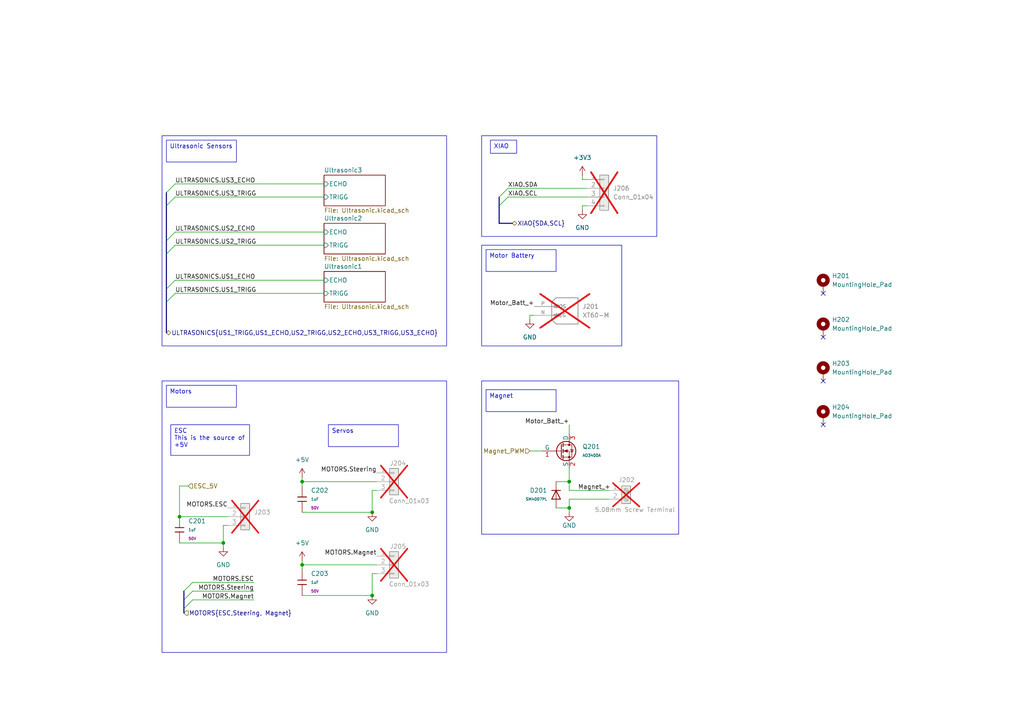
<source format=kicad_sch>
(kicad_sch (version 20231120) (generator "eeschema") (generator_version "8.0")
  (paper "A4")
  (lib_symbols
    (symbol "Connector:Screw_Terminal_01x02" (pin_names (offset 1.016) hide)
      (property "Reference" "J" (at 0 2.54 0))
      (property "Value" "Screw_Terminal_01x02" (at 0 -5.08 0))
      (symbol "Screw_Terminal_01x02_1_1"
        (rectangle (start -1.27 1.27) (end 1.27 -3.81) (stroke (width 0.254)) (fill (type background)))
        (circle (center 0 -2.54) (radius 0.635) (stroke (width 0.1524)))
        (polyline (pts (xy -0.5334 -2.2098) (xy 0.3302 -3.048)) (stroke (width 0.1524)))
        (polyline (pts (xy -0.5334 0.3302) (xy 0.3302 -0.508)) (stroke (width 0.1524)))
        (polyline (pts (xy -0.3556 -2.032) (xy 0.508 -2.8702)) (stroke (width 0.1524)))
        (polyline (pts (xy -0.3556 0.508) (xy 0.508 -0.3302)) (stroke (width 0.1524)))
        (circle (center 0 0) (radius 0.635) (stroke (width 0.1524)))
        (pin passive line (at -5.08 0 0) (length 3.81) (name "Pin_1") (number "1"))
        (pin passive line (at -5.08 -2.54 0) (length 3.81) (name "Pin_2") (number "2"))
      )
    )
    (symbol "Connector_Generic:Conn_01x03" (pin_names (offset 1.016) hide)
      (property "Reference" "J" (at 0 5.08 0))
      (property "Value" "Conn_01x03" (at 0 -5.08 0))
      (symbol "Conn_01x03_1_1"
        (rectangle (start -1.27 -2.413) (end 0 -2.667) (stroke (width 0.1524)))
        (rectangle (start -1.27 0.127) (end 0 -0.127) (stroke (width 0.1524)))
        (rectangle (start -1.27 2.667) (end 0 2.413) (stroke (width 0.1524)))
        (rectangle (start -1.27 3.81) (end 1.27 -3.81) (stroke (width 0.254)) (fill (type background)))
        (pin passive line (at -5.08 2.54 0) (length 3.81) (name "Pin_1") (number "1"))
        (pin passive line (at -5.08 0 0) (length 3.81) (name "Pin_2") (number "2"))
        (pin passive line (at -5.08 -2.54 0) (length 3.81) (name "Pin_3") (number "3"))
      )
    )
    (symbol "Connector_Generic:Conn_01x04" (pin_names (offset 1.016) hide)
      (property "Reference" "J" (at 0 5.08 0))
      (property "Value" "Conn_01x04" (at 0 -7.62 0))
      (symbol "Conn_01x04_1_1"
        (rectangle (start -1.27 -4.953) (end 0 -5.207) (stroke (width 0.1524)))
        (rectangle (start -1.27 -2.413) (end 0 -2.667) (stroke (width 0.1524)))
        (rectangle (start -1.27 0.127) (end 0 -0.127) (stroke (width 0.1524)))
        (rectangle (start -1.27 2.667) (end 0 2.413) (stroke (width 0.1524)))
        (rectangle (start -1.27 3.81) (end 1.27 -6.35) (stroke (width 0.254)) (fill (type background)))
        (pin passive line (at -5.08 2.54 0) (length 3.81) (name "Pin_1") (number "1"))
        (pin passive line (at -5.08 0 0) (length 3.81) (name "Pin_2") (number "2"))
        (pin passive line (at -5.08 -2.54 0) (length 3.81) (name "Pin_3") (number "3"))
        (pin passive line (at -5.08 -5.08 0) (length 3.81) (name "Pin_4") (number "4"))
      )
    )
    (symbol "Mechanical:MountingHole_Pad" (pin_numbers hide) (pin_names (offset 1.016) hide) (exclude_from_sim yes) (in_bom no)
      (property "Reference" "H" (at 0 6.35 0))
      (property "Value" "MountingHole_Pad" (at 0 4.445 0))
      (symbol "MountingHole_Pad_0_1"
        (circle (center 0 1.27) (radius 1.27) (stroke (width 1.27)))
      )
      (symbol "MountingHole_Pad_1_1"
        (pin input line (at 0 -2.54 90) (length 2.54) (name "1") (number "1"))
      )
    )
    (symbol "PCM_JLCPCB-Capacitors:0805,1uF" (pin_numbers hide) (pin_names (offset 0))
      (property "Reference" "C" (at 2.032 1.668 0))
      (property "Value" "1uF" (at 2.032 -0.3782 0))
      (property "Voltage Rated" "50V" (at 2.032 -2.0462 0))
      (symbol "0805,1uF_0_1"
        (polyline (pts (xy -1.27 -0.635) (xy 1.27 -0.635)) (stroke (width 0.254)))
        (polyline (pts (xy -1.27 0.635) (xy 1.27 0.635)) (stroke (width 0.254)))
      )
      (symbol "0805,1uF_1_1"
        (pin passive line (at 0 3.81 270) (length 3.175) (name "~") (number "1"))
        (pin passive line (at 0 -3.81 90) (length 3.175) (name "~") (number "2"))
      )
    )
    (symbol "PCM_JLCPCB-Diodes:General,SM4007PL" (pin_numbers hide) (pin_names (offset 0))
      (property "Reference" "D" (at 2.032 0.834 0))
      (property "Value" "SM4007PL" (at 2.032 -1.2122 0))
      (symbol "General,SM4007PL_0_1"
        (polyline (pts (xy -1.27 -1.27) (xy 1.27 -1.27)) (stroke (width 0.254)))
        (polyline (pts (xy -1.27 1.27) (xy 0 -1.27) (xy 1.27 1.27) (xy -1.27 1.27)) (stroke (width 0.254)))
      )
      (symbol "General,SM4007PL_1_1"
        (pin passive line (at 0 -3.81 90) (length 3.81) (name "~") (number "1"))
        (pin passive line (at 0 3.81 270) (length 3.81) (name "~") (number "2"))
      )
    )
    (symbol "PCM_JLCPCB-Transistors:NMOS,AO3400A" (pin_names (offset 0))
      (property "Reference" "Q" (at 4.8514 0.834 0))
      (property "Value" "AO3400A" (at 4.8514 -1.2122 0))
      (symbol "NMOS,AO3400A_0_1"
        (polyline (pts (xy 0.254 0) (xy -2.54 0)))
        (polyline (pts (xy 0.254 1.905) (xy 0.254 -1.905)) (stroke (width 0.254)))
        (polyline (pts (xy 0.762 -1.27) (xy 0.762 -2.286)) (stroke (width 0.254)))
        (polyline (pts (xy 0.762 0.508) (xy 0.762 -0.508)) (stroke (width 0.254)))
        (polyline (pts (xy 0.762 2.286) (xy 0.762 1.27)) (stroke (width 0.254)))
        (polyline (pts (xy 2.54 2.54) (xy 2.54 1.778)))
        (polyline (pts (xy 2.54 -2.54) (xy 2.54 0) (xy 0.762 0)))
        (polyline (pts (xy 0.762 -1.778) (xy 3.302 -1.778) (xy 3.302 1.778) (xy 0.762 1.778)))
        (polyline (pts (xy 1.016 0) (xy 2.032 0.381) (xy 2.032 -0.381) (xy 1.016 0)) (fill (type outline)))
        (polyline (pts (xy 2.794 0.508) (xy 2.921 0.381) (xy 3.683 0.381) (xy 3.81 0.254)))
        (polyline (pts (xy 3.302 0.381) (xy 2.921 -0.254) (xy 3.683 -0.254) (xy 3.302 0.381)))
        (circle (center 1.651 0) (radius 2.794) (stroke (width 0.254)))
        (circle (center 2.54 -1.778) (radius 0.254) (fill (type outline)))
        (circle (center 2.54 1.778) (radius 0.254) (fill (type outline)))
      )
      (symbol "NMOS,AO3400A_1_1"
        (pin input line (at -5.08 0 0) (length 2.54) (name "G") (number "1"))
        (pin passive line (at 2.54 -5.08 90) (length 2.54) (name "S") (number "2"))
        (pin passive line (at 2.54 5.08 270) (length 2.54) (name "D") (number "3"))
      )
    )
    (symbol "XT60-M:XT60-M" (pin_names (offset 1.016))
      (property "Reference" "J" (at 0 6.35 0))
      (property "Value" "XT60-M" (at 0 -5.08 0))
      (symbol "XT60-M_0_0"
        (polyline (pts (xy 0 -1.27) (xy 1.27 -2.54)) (stroke (width 0.254)))
        (polyline (pts (xy 0 0) (xy 1.905 0)) (stroke (width 0.254)))
        (polyline (pts (xy 0 2.54) (xy 0 -1.27)) (stroke (width 0.254)))
        (polyline (pts (xy 0 2.54) (xy 1.905 2.54)) (stroke (width 0.254)))
        (polyline (pts (xy 0 3.81) (xy 0 2.54)) (stroke (width 0.254)))
        (polyline (pts (xy 0 3.81) (xy 1.27 5.08)) (stroke (width 0.254)))
        (polyline (pts (xy 1.27 -2.54) (xy 7.62 -2.54)) (stroke (width 0.254)))
        (polyline (pts (xy 7.62 -2.54) (xy 7.62 5.08)) (stroke (width 0.254)))
        (polyline (pts (xy 7.62 5.08) (xy 1.27 5.08)) (stroke (width 0.254)))
        (rectangle (start 0.635 -0.3175) (end 2.2225 0.3175) (stroke (width 0.1)) (fill (type outline)))
        (rectangle (start 0.635 2.2225) (end 2.2225 2.8575) (stroke (width 0.1)) (fill (type outline)))
        (pin passive line (at -5.08 0 0) (length 5.08) (name "NEG") (number "N"))
        (pin passive line (at -5.08 2.54 0) (length 5.08) (name "POS") (number "P"))
      )
    )
    (symbol "power:+3V3" (power) (pin_numbers hide) (pin_names (offset 0) hide)
      (property "Value" "+3V3" (at 0 3.556 0))
      (symbol "+3V3_0_1"
        (polyline (pts (xy -0.762 1.27) (xy 0 2.54)))
        (polyline (pts (xy 0 0) (xy 0 2.54)))
        (polyline (pts (xy 0 2.54) (xy 0.762 1.27)))
      )
      (symbol "+3V3_1_1"
        (pin power_in line (at 0 0 90) (length 0) (name "~") (number "1"))
      )
    )
    (symbol "power:+5V" (power) (pin_numbers hide) (pin_names (offset 0) hide)
      (property "Value" "+5V" (at 0 3.556 0))
      (symbol "+5V_0_1"
        (polyline (pts (xy -0.762 1.27) (xy 0 2.54)))
        (polyline (pts (xy 0 0) (xy 0 2.54)))
        (polyline (pts (xy 0 2.54) (xy 0.762 1.27)))
      )
      (symbol "+5V_1_1"
        (pin power_in line (at 0 0 90) (length 0) (name "~") (number "1"))
      )
    )
    (symbol "power:GND" (power) (pin_numbers hide) (pin_names (offset 0) hide)
      (property "Value" "GND" (at 0 -3.81 0))
      (symbol "GND_0_1"
        (polyline (pts (xy 0 0) (xy 0 -1.27) (xy 1.27 -1.27) (xy 0 -2.54) (xy -1.27 -1.27) (xy 0 -1.27)))
      )
      (symbol "GND_1_1"
        (pin power_in line (at 0 0 270) (length 0) (name "~") (number "1"))
      )
    )
  )
  (junction (at 87.63 139.7))
  (junction (at 165.1 147.32))
  (junction (at 107.95 148.59))
  (junction (at 107.95 172.72))
  (junction (at 64.77 157.48))
  (junction (at 52.07 149.86))
  (junction (at 87.63 163.83))
  (junction (at 165.1 139.7))
  (no_connect (at 238.76 97.79))
  (no_connect (at 238.76 123.19))
  (no_connect (at 238.76 85.09))
  (no_connect (at 238.76 110.49))
  (bus_entry (at 48.26 59.69) (size 2.54 -2.54))
  (bus_entry (at 48.26 87.63) (size 2.54 -2.54))
  (bus_entry (at 48.26 55.88) (size 2.54 -2.54))
  (bus_entry (at 53.34 171.45) (size 2.54 -2.54))
  (bus_entry (at 48.26 73.66) (size 2.54 -2.54))
  (bus_entry (at 144.78 57.15) (size 2.54 -2.54))
  (bus_entry (at 48.26 69.85) (size 2.54 -2.54))
  (bus_entry (at 48.26 83.82) (size 2.54 -2.54))
  (bus_entry (at 53.34 176.53) (size 2.54 -2.54))
  (bus_entry (at 144.78 59.69) (size 2.54 -2.54))
  (bus_entry (at 53.34 173.99) (size 2.54 -2.54))
  (bus (pts (xy 148.59 64.77) (xy 144.78 64.77)))
  (wire (pts (xy 153.67 91.44) (xy 153.67 92.71)))
  (wire (pts (xy 107.95 142.24) (xy 107.95 148.59)))
  (bus (pts (xy 48.26 87.63) (xy 48.26 96.52)))
  (wire (pts (xy 109.22 166.37) (xy 107.95 166.37)))
  (wire (pts (xy 87.63 163.83) (xy 109.22 163.83)))
  (wire (pts (xy 52.07 149.86) (xy 66.04 149.86)))
  (wire (pts (xy 165.1 148.59) (xy 165.1 147.32)))
  (wire (pts (xy 93.98 85.09) (xy 50.8 85.09)))
  (wire (pts (xy 54.61 140.97) (xy 52.07 140.97)))
  (wire (pts (xy 168.91 52.07) (xy 170.18 52.07)))
  (wire (pts (xy 55.88 173.99) (xy 73.66 173.99)))
  (wire (pts (xy 93.98 57.15) (xy 50.8 57.15)))
  (wire (pts (xy 176.53 142.24) (xy 165.1 142.24)))
  (wire (pts (xy 87.63 139.7) (xy 109.22 139.7)))
  (bus (pts (xy 144.78 57.15) (xy 144.78 59.69)))
  (wire (pts (xy 64.77 157.48) (xy 64.77 158.75)))
  (wire (pts (xy 52.07 140.97) (xy 52.07 149.86)))
  (bus (pts (xy 48.26 59.69) (xy 48.26 69.85)))
  (wire (pts (xy 55.88 168.91) (xy 73.66 168.91)))
  (bus (pts (xy 48.26 55.88) (xy 48.26 59.69)))
  (wire (pts (xy 93.98 67.31) (xy 50.8 67.31)))
  (bus (pts (xy 48.26 69.85) (xy 48.26 73.66)))
  (wire (pts (xy 153.67 130.81) (xy 157.48 130.81)))
  (wire (pts (xy 52.07 157.48) (xy 64.77 157.48)))
  (wire (pts (xy 87.63 140.97) (xy 87.63 139.7)))
  (wire (pts (xy 176.53 144.78) (xy 165.1 144.78)))
  (wire (pts (xy 87.63 162.56) (xy 87.63 163.83)))
  (wire (pts (xy 87.63 172.72) (xy 107.95 172.72)))
  (bus (pts (xy 48.26 83.82) (xy 48.26 87.63)))
  (wire (pts (xy 93.98 53.34) (xy 50.8 53.34)))
  (bus (pts (xy 53.34 171.45) (xy 53.34 173.99)))
  (wire (pts (xy 93.98 71.12) (xy 50.8 71.12)))
  (wire (pts (xy 161.29 139.7) (xy 165.1 139.7)))
  (wire (pts (xy 153.67 91.44) (xy 154.94 91.44)))
  (wire (pts (xy 147.32 57.15) (xy 170.18 57.15)))
  (wire (pts (xy 66.04 152.4) (xy 64.77 152.4)))
  (wire (pts (xy 55.88 171.45) (xy 73.66 171.45)))
  (wire (pts (xy 93.98 81.28) (xy 50.8 81.28)))
  (wire (pts (xy 147.32 54.61) (xy 170.18 54.61)))
  (wire (pts (xy 165.1 144.78) (xy 165.1 147.32)))
  (bus (pts (xy 48.26 73.66) (xy 48.26 83.82)))
  (wire (pts (xy 64.77 152.4) (xy 64.77 157.48)))
  (wire (pts (xy 87.63 138.43) (xy 87.63 139.7)))
  (wire (pts (xy 87.63 165.1) (xy 87.63 163.83)))
  (wire (pts (xy 165.1 142.24) (xy 165.1 139.7)))
  (wire (pts (xy 107.95 166.37) (xy 107.95 172.72)))
  (wire (pts (xy 168.91 60.96) (xy 168.91 59.69)))
  (wire (pts (xy 109.22 142.24) (xy 107.95 142.24)))
  (wire (pts (xy 165.1 139.7) (xy 165.1 135.89)))
  (wire (pts (xy 161.29 147.32) (xy 165.1 147.32)))
  (bus (pts (xy 53.34 173.99) (xy 53.34 176.53)))
  (wire (pts (xy 168.91 50.8) (xy 168.91 52.07)))
  (wire (pts (xy 87.63 148.59) (xy 107.95 148.59)))
  (wire (pts (xy 165.1 123.19) (xy 165.1 125.73)))
  (bus (pts (xy 53.34 176.53) (xy 53.34 177.8)))
  (wire (pts (xy 168.91 59.69) (xy 170.18 59.69)))
  (bus (pts (xy 144.78 59.69) (xy 144.78 64.77)))
  (rectangle (start 139.7 39.37) (end 190.5 68.58))
  (rectangle (start 139.7 71.12) (end 180.34 100.33))
  (rectangle (start 46.99 39.37) (end 129.54 100.33))
  (rectangle (start 46.99 110.49) (end 129.54 189.23))
  (rectangle (start 139.7 110.49) (end 196.85 154.94))
  (text_box "ESC\nThis is the source of +5V\n" (at 49.53 123.19 0) (size 22.86 8.89) (effects (font (size 1.27 1.27)) (justify left top)))
  (text_box "Motors\n" (at 48.26 111.76 0) (size 20.32 6.35) (effects (font (size 1.27 1.27)) (justify left top)))
  (text_box "XIAO" (at 142.24 40.64 0) (size 7.62 3.81) (effects (font (size 1.27 1.27)) (justify left top)))
  (text_box "Servos\n" (at 95.25 123.19 0) (size 20.32 6.35) (effects (font (size 1.27 1.27)) (justify left top)))
  (text_box "Motor Battery\n" (at 140.97 72.39 0) (size 20.32 6.35) (effects (font (size 1.27 1.27)) (justify left top)))
  (text_box "Ultrasonic Sensors\n" (at 48.26 40.64 0) (size 20.32 6.35) (effects (font (size 1.27 1.27)) (justify left top)))
  (text_box "Magnet\n" (at 140.97 113.03 0) (size 20.32 6.35) (effects (font (size 1.27 1.27)) (justify left top)))
  (label "ULTRASONICS.US2_ECHO" (at 50.8 67.31 0))
  (label "Motor_Batt_+" (at 154.94 88.9 180))
  (label "MOTORS.Magnet" (at 73.66 173.99 180))
  (label "ULTRASONICS.US3_ECHO" (at 50.8 53.34 0))
  (label "Motor_Batt_+" (at 165.1 123.19 180))
  (label "ULTRASONICS.US2_TRIGG" (at 50.8 71.12 0))
  (label "MOTORS.Steering" (at 73.66 171.45 180))
  (label "MOTORS.ESC" (at 66.04 147.32 180))
  (label "ULTRASONICS.US1_ECHO" (at 50.8 81.28 0))
  (label "ULTRASONICS.US1_TRIGG" (at 50.8 85.09 0))
  (label "MOTORS.Steering" (at 109.22 137.16 180))
  (label "XIAO.SDA" (at 147.32 54.61 0))
  (label "Magnet_+" (at 167.64 142.24 0))
  (label "MOTORS.Magnet" (at 109.22 161.29 180))
  (label "XIAO.SCL" (at 147.32 57.15 0))
  (label "MOTORS.ESC" (at 73.66 168.91 180))
  (label "ULTRASONICS.US3_TRIGG" (at 50.8 57.15 0))
  (hierarchical_label "Magnet_PWM" (shape input) (at 153.67 130.81 180))
  (hierarchical_label "ESC_5V" (shape input) (at 54.61 140.97 0))
  (hierarchical_label "ULTRASONICS{US1_TRIGG,US1_ECHO,US2_TRIGG,US2_ECHO,US3_TRIGG,US3_ECHO}" (shape bidirectional) (at 48.26 96.52 0))
  (hierarchical_label "XIAO{SDA,SCL}" (shape bidirectional) (at 148.59 64.77 0))
  (hierarchical_label "MOTORS{ESC,Steering, Magnet}" (shape input) (at 53.34 177.8 0))
  (symbol (lib_id "power:+5V") (at 87.63 162.56 0) (unit 1)
    (property "Reference" "#PWR0206" (effects (hide yes)))
    (property "Value" "+5V" (at 87.63 157.48 0))
    (property "Description" "Power symbol creates a global label with name \"+5V\"" (effects (hide yes)))
  )
  (symbol (lib_id "power:+5V") (at 87.63 138.43 0) (unit 1)
    (property "Reference" "#PWR0205" (effects (hide yes)))
    (property "Value" "+5V" (at 87.63 133.35 0))
    (property "Description" "Power symbol creates a global label with name \"+5V\"" (effects (hide yes)))
  )
  (symbol (lib_id "power:GND") (at 153.67 92.71 0) (unit 1)
    (property "Reference" "#PWR0201" (effects (hide yes)))
    (property "Value" "GND" (at 153.67 97.79 0))
    (property "Description" "Power symbol creates a global label with name \"GND\" , ground" (effects (hide yes)))
  )
  (symbol (lib_id "Mechanical:MountingHole_Pad") (at 238.76 82.55 0) (unit 1) (exclude_from_sim yes) (in_bom no)
    (property "Reference" "H201" (at 241.3 80.0099 0) (effects (justify left)))
    (property "Value" "MountingHole_Pad" (at 241.3 82.5499 0) (effects (justify left)))
    (property "Footprint" "MountingHole:MountingHole_4.3x6.2mm_M4_Pad" (effects (hide yes)))
    (property "Description" "Mounting Hole with connection" (effects (hide yes)))
  )
  (symbol (lib_id "Mechanical:MountingHole_Pad") (at 238.76 95.25 0) (unit 1) (exclude_from_sim yes) (in_bom no)
    (property "Reference" "H202" (at 241.3 92.7099 0) (effects (justify left)))
    (property "Value" "MountingHole_Pad" (at 241.3 95.2499 0) (effects (justify left)))
    (property "Footprint" "MountingHole:MountingHole_4.3x6.2mm_M4_Pad" (effects (hide yes)))
    (property "Description" "Mounting Hole with connection" (effects (hide yes)))
  )
  (symbol (lib_id "PCM_JLCPCB-Capacitors:0805,1uF") (at 87.63 144.78 0) (unit 1)
    (property "Reference" "C202" (at 90.17 142.2399 0) (effects (justify left)))
    (property "Value" "1uF" (at 90.17 144.78 0) (effects (font (size 0.8 0.8)) (justify left)))
    (property "Footprint" "PCM_JLCPCB:C_0805" (effects (hide yes)))
    (property "Datasheet" "https://www.lcsc.com/datasheet/lcsc_datasheet_2304140030_Samsung-Electro-Mechanics-CL21B105KBFNNNE_C28323.pdf" (effects (hide yes)))
    (property "Description" "50V 1uF X7R ±10% 0805 Multilayer Ceramic Capacitors MLCC - SMD/SMT ROHS" (effects (hide yes)))
    (property "LCSC" "C28323" (effects (hide yes)))
    (property "Stock" "6356656" (effects (hide yes)))
    (property "Price" "0.012USD" (effects (hide yes)))
    (property "Process" "SMT" (effects (hide yes)))
    (property "Minimum Qty" "20" (effects (hide yes)))
    (property "Attrition Qty" "6" (effects (hide yes)))
    (property "Class" "Basic Component" (effects (hide yes)))
    (property "Category" "Capacitors,Multilayer Ceramic Capacitors MLCC - SMD/SMT" (effects (hide yes)))
    (property "Manufacturer" "Samsung Electro-Mechanics" (effects (hide yes)))
    (property "Part" "CL21B105KBFNNNE" (effects (hide yes)))
    (property "Voltage Rated" "50V" (at 90.17 147.32 0) (effects (font (size 0.8 0.8)) (justify left)))
    (property "Tolerance" "±10%" (effects (hide yes)))
    (property "Capacitance" "1uF" (effects (hide yes)))
    (property "Temperature Coefficient" "X7R" (effects (hide yes)))
  )
  (symbol (lib_id "XT60-M:XT60-M") (at 160.02 91.44 0) (unit 1) (dnp yes)
    (property "Reference" "J201" (at 168.91 88.8999 0) (effects (justify left)))
    (property "Value" "XT60-M" (at 168.91 91.4399 0) (effects (justify left)))
    (property "Footprint" "XT60-M:AMASS_XT60-M" (effects (hide yes)))
    (property "MF" "AMASS" (effects (hide yes)))
    (property "MAXIMUM_PACKAGE_HEIGHT" "16.00 mm" (effects (hide yes)))
    (property "Package" "Package" (effects (hide yes)))
    (property "Price" "None" (effects (hide yes)))
    (property "Check_prices" "https://www.snapeda.com/parts/XT60-M/AMASS/view-part/?ref=eda" (effects (hide yes)))
    (property "STANDARD" "IPC 7351B" (effects (hide yes)))
    (property "PARTREV" "V1.2" (effects (hide yes)))
    (property "SnapEDA_Link" "https://www.snapeda.com/parts/XT60-M/AMASS/view-part/?ref=snap" (effects (hide yes)))
    (property "MP" "XT60-M" (effects (hide yes)))
    (property "Description_1" "\n                        \n                            Plug; DC supply; XT60; male; PIN: 2; for cable; soldered; 30A; 500V\n                        \n" (effects (hide yes)))
    (property "Availability" "Not in stock" (effects (hide yes)))
    (property "MANUFACTURER" "AMASS" (effects (hide yes)))
  )
  (symbol (lib_id "Connector:Screw_Terminal_01x02") (at 181.61 142.24 0) (unit 1) (dnp yes)
    (property "Reference" "J202" (at 179.324 139.192 0) (effects (justify left)))
    (property "Value" "5.08mm Screw Terminal" (at 172.466 147.828 0) (effects (justify left)))
    (property "Footprint" "TerminalBlock_Phoenix:TerminalBlock_Phoenix_MKDS-1,5-2-5.08_1x02_P5.08mm_Horizontal" (effects (hide yes)))
    (property "Description" "Generic screw terminal, single row, 01x02, script generated (kicad-library-utils/schlib/autogen/connector/)" (effects (hide yes)))
  )
  (symbol (lib_id "Connector_Generic:Conn_01x03") (at 71.12 149.86 0) (unit 1) (dnp yes)
    (property "Reference" "J203" (at 73.66 148.5899 0) (effects (justify left)))
    (property "Value" "Conn_01x03" (effects (hide yes)))
    (property "Footprint" "Connector_PinHeader_2.54mm:PinHeader_1x03_P2.54mm_Vertical" (effects (hide yes)))
    (property "Description" "Generic connector, single row, 01x03, script generated (kicad-library-utils/schlib/autogen/connector/)" (effects (hide yes)))
  )
  (symbol (lib_id "power:GND") (at 107.95 172.72 0) (unit 1)
    (property "Reference" "#PWR0208" (effects (hide yes)))
    (property "Value" "GND" (at 107.95 177.8 0))
    (property "Description" "Power symbol creates a global label with name \"GND\" , ground" (effects (hide yes)))
  )
  (symbol (lib_id "Mechanical:MountingHole_Pad") (at 238.76 120.65 0) (unit 1) (exclude_from_sim yes) (in_bom no)
    (property "Reference" "H204" (at 241.3 118.1099 0) (effects (justify left)))
    (property "Value" "MountingHole_Pad" (at 241.3 120.6499 0) (effects (justify left)))
    (property "Footprint" "MountingHole:MountingHole_4.3x6.2mm_M4_Pad" (effects (hide yes)))
    (property "Description" "Mounting Hole with connection" (effects (hide yes)))
  )
  (symbol (lib_id "PCM_JLCPCB-Diodes:General,SM4007PL") (at 161.29 143.51 0) (mirror x) (unit 1)
    (property "Reference" "D201" (at 158.75 142.2399 0) (effects (justify right)))
    (property "Value" "SM4007PL" (at 158.75 144.78 0) (effects (font (size 0.8 0.8)) (justify right)))
    (property "Footprint" "PCM_JLCPCB:D_SOD-123FL" (effects (hide yes)))
    (property "Datasheet" "https://www.lcsc.com/datasheet/lcsc_datasheet_2407101127_MDD-Microdiode-Semiconductor-SM4007PL_C64898.pdf" (effects (hide yes)))
    (property "Description" "1A Independent Type 1kV 1.1V@1A SOD-123FL Diodes - General Purpose ROHS" (effects (hide yes)))
    (property "LCSC" "C64898" (effects (hide yes)))
    (property "Stock" "729476" (effects (hide yes)))
    (property "Price" "0.009USD" (effects (hide yes)))
    (property "Process" "SMT" (effects (hide yes)))
    (property "Minimum Qty" "20" (effects (hide yes)))
    (property "Attrition Qty" "10" (effects (hide yes)))
    (property "Class" "Basic Component" (effects (hide yes)))
    (property "Category" "Diodes,Diodes - General Purpose" (effects (hide yes)))
    (property "Manufacturer" "MDD（Microdiode Electronics）" (effects (hide yes)))
    (property "Part" "SM4007PL" (effects (hide yes)))
    (property "Rectified Current" "1A" (effects (hide yes)))
    (property "Forward Voltage (Vf@If)" "1.1V@1A" (effects (hide yes)))
    (property "Reverse Voltage (Vr)" "1kV" (effects (hide yes)))
    (property "Diode Configuration" "Independent Type" (effects (hide yes)))
    (property "Reverse Leakage Current" "10uA@1kV" (effects (hide yes)))
  )
  (symbol (lib_id "Mechanical:MountingHole_Pad") (at 238.76 107.95 0) (unit 1) (exclude_from_sim yes) (in_bom no)
    (property "Reference" "H203" (at 241.3 105.4099 0) (effects (justify left)))
    (property "Value" "MountingHole_Pad" (at 241.3 107.9499 0) (effects (justify left)))
    (property "Footprint" "MountingHole:MountingHole_4.3x6.2mm_M4_Pad" (effects (hide yes)))
    (property "Description" "Mounting Hole with connection" (effects (hide yes)))
  )
  (symbol (lib_id "PCM_JLCPCB-Transistors:NMOS,AO3400A") (at 162.56 130.81 0) (unit 1)
    (property "Reference" "Q201" (at 168.91 129.5399 0) (effects (justify left)))
    (property "Value" "AO3400A" (at 168.91 132.08 0) (effects (font (size 0.8 0.8)) (justify left)))
    (property "Footprint" "PCM_JLCPCB:Q_SOT-23" (effects (hide yes)))
    (property "Datasheet" "https://www.lcsc.com/datasheet/lcsc_datasheet_1811081213_Alpha---Omega-Semicon-AO3400A_C20917.pdf" (effects (hide yes)))
    (property "Description" "30V 5.7A 26.5mΩ@10V,5.7A 1.4W 1.5V@250uA 1 N-Channel SOT-23-3L MOSFETs ROHS" (effects (hide yes)))
    (property "LCSC" "C20917" (effects (hide yes)))
    (property "Stock" "1046002" (effects (hide yes)))
    (property "Price" "0.088USD" (effects (hide yes)))
    (property "Process" "SMT" (effects (hide yes)))
    (property "Minimum Qty" "5" (effects (hide yes)))
    (property "Attrition Qty" "4" (effects (hide yes)))
    (property "Class" "Basic Component" (effects (hide yes)))
    (property "Category" "Transistors,MOSFETs" (effects (hide yes)))
    (property "Manufacturer" "Alpha & Omega Semicon" (effects (hide yes)))
    (property "Part" "AO3400A" (effects (hide yes)))
    (property "Continuous Drain Current (Id)" "5.7A" (effects (hide yes)))
    (property "Input Capacitance (Ciss@Vds)" "630pF@15V" (effects (hide yes)))
    (property "Operating Temperature" "-55°C~+150°C@(Tj)" (effects (hide yes)))
    (property "Type" "1 N-channel" (effects (hide yes)))
    (property "Drain Source Voltage (Vdss)" "30V" (effects (hide yes)))
    (property "Power Dissipation (Pd)" "1.4W" (effects (hide yes)))
    (property "Gate Threshold Voltage (Vgs(th)@Id)" "1.5V@250uA" (effects (hide yes)))
    (property "Drain Source On Resistance (RDS(on)@Vgs,Id)" "26.5mΩ@10V,5.7A" (effects (hide yes)))
    (property "Total Gate Charge (Qg@Vgs)" "7nC@4.5V" (effects (hide yes)))
  )
  (symbol (lib_id "power:+3V3") (at 168.91 50.8 0) (unit 1)
    (property "Reference" "#PWR0203" (effects (hide yes)))
    (property "Value" "+3V3" (at 168.91 45.72 0))
    (property "Description" "Power symbol creates a global label with name \"+3V3\"" (effects (hide yes)))
  )
  (symbol (lib_id "power:GND") (at 168.91 60.96 0) (unit 1)
    (property "Reference" "#PWR0209" (effects (hide yes)))
    (property "Value" "GND" (at 168.91 66.04 0))
    (property "Description" "Power symbol creates a global label with name \"GND\" , ground" (effects (hide yes)))
  )
  (symbol (lib_id "Connector_Generic:Conn_01x03") (at 114.3 163.83 0) (unit 1) (dnp yes)
    (property "Reference" "J205" (at 113.03 158.496 0) (effects (justify left)))
    (property "Value" "Conn_01x03" (at 112.776 169.418 0) (effects (justify left)))
    (property "Footprint" "Connector_PinHeader_2.54mm:PinHeader_1x03_P2.54mm_Vertical" (effects (hide yes)))
    (property "Description" "Generic connector, single row, 01x03, script generated (kicad-library-utils/schlib/autogen/connector/)" (effects (hide yes)))
  )
  (symbol (lib_id "power:GND") (at 107.95 148.59 0) (unit 1)
    (property "Reference" "#PWR0207" (effects (hide yes)))
    (property "Value" "GND" (at 107.95 153.67 0))
    (property "Description" "Power symbol creates a global label with name \"GND\" , ground" (effects (hide yes)))
  )
  (symbol (lib_id "Connector_Generic:Conn_01x04") (at 175.26 54.61 0) (unit 1) (dnp yes)
    (property "Reference" "J206" (at 177.8 54.6099 0) (effects (justify left)))
    (property "Value" "Conn_01x04" (at 177.8 57.1499 0) (effects (justify left)))
    (property "Footprint" "Connector_PinHeader_2.54mm:PinHeader_1x04_P2.54mm_Vertical" (effects (hide yes)))
    (property "Description" "Generic connector, single row, 01x04, script generated (kicad-library-utils/schlib/autogen/connector/)" (effects (hide yes)))
  )
  (symbol (lib_id "PCM_JLCPCB-Capacitors:0805,1uF") (at 87.63 168.91 0) (unit 1)
    (property "Reference" "C203" (at 90.17 166.3699 0) (effects (justify left)))
    (property "Value" "1uF" (at 90.17 168.91 0) (effects (font (size 0.8 0.8)) (justify left)))
    (property "Footprint" "PCM_JLCPCB:C_0805" (effects (hide yes)))
    (property "Datasheet" "https://www.lcsc.com/datasheet/lcsc_datasheet_2304140030_Samsung-Electro-Mechanics-CL21B105KBFNNNE_C28323.pdf" (effects (hide yes)))
    (property "Description" "50V 1uF X7R ±10% 0805 Multilayer Ceramic Capacitors MLCC - SMD/SMT ROHS" (effects (hide yes)))
    (property "LCSC" "C28323" (effects (hide yes)))
    (property "Stock" "6356656" (effects (hide yes)))
    (property "Price" "0.012USD" (effects (hide yes)))
    (property "Process" "SMT" (effects (hide yes)))
    (property "Minimum Qty" "20" (effects (hide yes)))
    (property "Attrition Qty" "6" (effects (hide yes)))
    (property "Class" "Basic Component" (effects (hide yes)))
    (property "Category" "Capacitors,Multilayer Ceramic Capacitors MLCC - SMD/SMT" (effects (hide yes)))
    (property "Manufacturer" "Samsung Electro-Mechanics" (effects (hide yes)))
    (property "Part" "CL21B105KBFNNNE" (effects (hide yes)))
    (property "Voltage Rated" "50V" (at 90.17 171.45 0) (effects (font (size 0.8 0.8)) (justify left)))
    (property "Tolerance" "±10%" (effects (hide yes)))
    (property "Capacitance" "1uF" (effects (hide yes)))
    (property "Temperature Coefficient" "X7R" (effects (hide yes)))
  )
  (symbol (lib_id "Connector_Generic:Conn_01x03") (at 114.3 139.7 0) (unit 1) (dnp yes)
    (property "Reference" "J204" (at 113.03 134.366 0) (effects (justify left)))
    (property "Value" "Conn_01x03" (at 112.776 145.288 0) (effects (justify left)))
    (property "Footprint" "Connector_PinHeader_2.54mm:PinHeader_1x03_P2.54mm_Vertical" (effects (hide yes)))
    (property "Description" "Generic connector, single row, 01x03, script generated (kicad-library-utils/schlib/autogen/connector/)" (effects (hide yes)))
  )
  (symbol (lib_id "PCM_JLCPCB-Capacitors:0805,1uF") (at 52.07 153.67 0) (unit 1)
    (property "Reference" "C201" (at 54.61 151.1299 0) (effects (justify left)))
    (property "Value" "1uF" (at 54.61 153.67 0) (effects (font (size 0.8 0.8)) (justify left)))
    (property "Footprint" "PCM_JLCPCB:C_0805" (effects (hide yes)))
    (property "Datasheet" "https://www.lcsc.com/datasheet/lcsc_datasheet_2304140030_Samsung-Electro-Mechanics-CL21B105KBFNNNE_C28323.pdf" (effects (hide yes)))
    (property "Description" "50V 1uF X7R ±10% 0805 Multilayer Ceramic Capacitors MLCC - SMD/SMT ROHS" (effects (hide yes)))
    (property "LCSC" "C28323" (effects (hide yes)))
    (property "Stock" "6356656" (effects (hide yes)))
    (property "Price" "0.012USD" (effects (hide yes)))
    (property "Process" "SMT" (effects (hide yes)))
    (property "Minimum Qty" "20" (effects (hide yes)))
    (property "Attrition Qty" "6" (effects (hide yes)))
    (property "Class" "Basic Component" (effects (hide yes)))
    (property "Category" "Capacitors,Multilayer Ceramic Capacitors MLCC - SMD/SMT" (effects (hide yes)))
    (property "Manufacturer" "Samsung Electro-Mechanics" (effects (hide yes)))
    (property "Part" "CL21B105KBFNNNE" (effects (hide yes)))
    (property "Voltage Rated" "50V" (at 54.61 156.21 0) (effects (font (size 0.8 0.8)) (justify left)))
    (property "Tolerance" "±10%" (effects (hide yes)))
    (property "Capacitance" "1uF" (effects (hide yes)))
    (property "Temperature Coefficient" "X7R" (effects (hide yes)))
  )
  (symbol (lib_id "power:GND") (at 64.77 158.75 0) (unit 1)
    (property "Reference" "#PWR0204" (effects (hide yes)))
    (property "Value" "GND" (at 64.77 163.83 0))
    (property "Description" "Power symbol creates a global label with name \"GND\" , ground" (effects (hide yes)))
  )
  (symbol (lib_id "power:GND") (at 165.1 148.59 0) (unit 1)
    (property "Reference" "#PWR0202" (effects (hide yes)))
    (property "Value" "GND" (at 165.1 152.4 0))
    (property "Description" "Power symbol creates a global label with name \"GND\" , ground" (effects (hide yes)))
  )
  (sheet (at 93.98 78.74) (size 17.78 8.89) (stroke (width 0.1524))
    (property "Sheetname" "Ultrasonic1" (at 93.98 78.0284 0) (effects (justify left bottom)))
    (property "Sheetfile" "Ultrasonic.kicad_sch" (at 93.98 88.2146 0) (effects (justify left top)))
    (pin "TRIGG" input (at 93.98 85.09 180))
    (pin "ECHO" input (at 93.98 81.28 180))
  )
  (sheet (at 93.98 50.8) (size 17.78 8.89) (stroke (width 0.1524))
    (property "Sheetname" "Ultrasonic3" (at 93.98 50.0884 0) (effects (justify left bottom)))
    (property "Sheetfile" "Ultrasonic.kicad_sch" (at 93.98 60.2746 0) (effects (justify left top)))
    (pin "TRIGG" input (at 93.98 57.15 180))
    (pin "ECHO" input (at 93.98 53.34 180))
  )
  (sheet (at 93.98 64.77) (size 17.78 8.89) (stroke (width 0.1524))
    (property "Sheetname" "Ultrasonic2" (at 93.98 64.0584 0) (effects (justify left bottom)))
    (property "Sheetfile" "Ultrasonic.kicad_sch" (at 93.98 74.2446 0) (effects (justify left top)))
    (pin "TRIGG" input (at 93.98 71.12 180))
    (pin "ECHO" input (at 93.98 67.31 180))
  )
)
</source>
